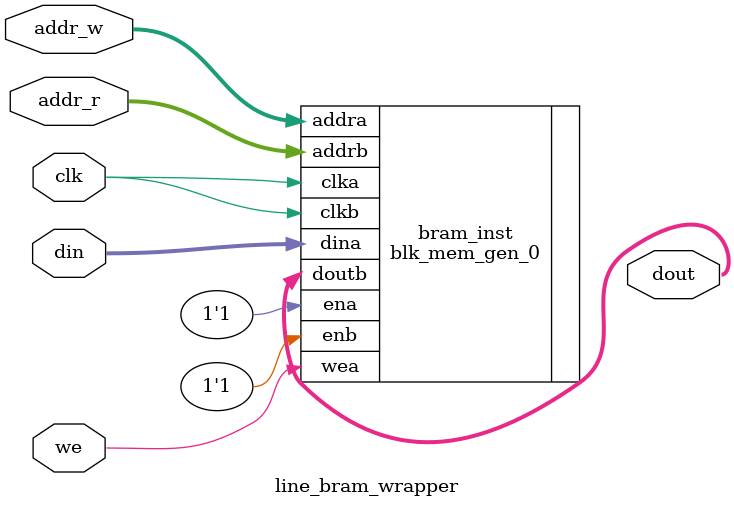
<source format=v>
`timescale 1ns / 1ps
module line_bram_wrapper(
    input clk,
    input we,
    input [8:0] addr_w,  // 0~479 ÀÎµ¦½º: 480°³
    input [15:0] din,
    input [8:0] addr_r,
    output [15:0] dout
    );

    // IP ÀÎ½ºÅÏ½º¸íÀº »ç¿ëÀÚ »ý¼º IP¿¡ ¸Â°Ô ¼öÁ¤ÇÒ °Í.
    // ¿©±â¼­´Â line_buffer_bram_0 ·Î °¡Á¤.
    // Vivado IP·Î »ý¼ºÇÑ blk_mem_gen¸¦ line_buffer_bram_0, line_buffer_bram_1 µîÀ¸·Î 2°³ ¸¸µç´Ù°í °¡Á¤.
    // IP Æ÷Æ®¸íµµ ½ÇÁ¦ »ý¼º °á°ú¿¡ ¸Â°Ô Á¶Á¤ÇØ¾ß ÇÑ´Ù.

    // ¿¹: blk_mem_gen_0: dual port RAM 
    // Æ÷Æ®: clka, ena, wea, addra, dina, douta, clkb, enb, web, addrb, dinb, doutb
    
    blk_mem_gen_0 bram_inst(
        .clka(clk),
        .ena(1'b1),
        .wea(we),
        .addra(addr_w),
        .dina(din),

        .clkb(clk),
        .enb(1'b1),
        .addrb(addr_r),
        .doutb(dout)
    );

endmodule

</source>
